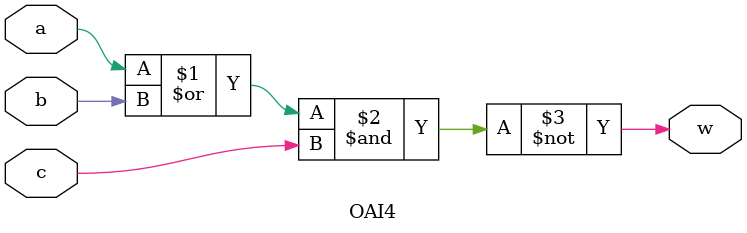
<source format=v>
module OAI4(input a,b,c, output w);
    assign#(10, 14) w = ~((a|b)&c);
endmodule


</source>
